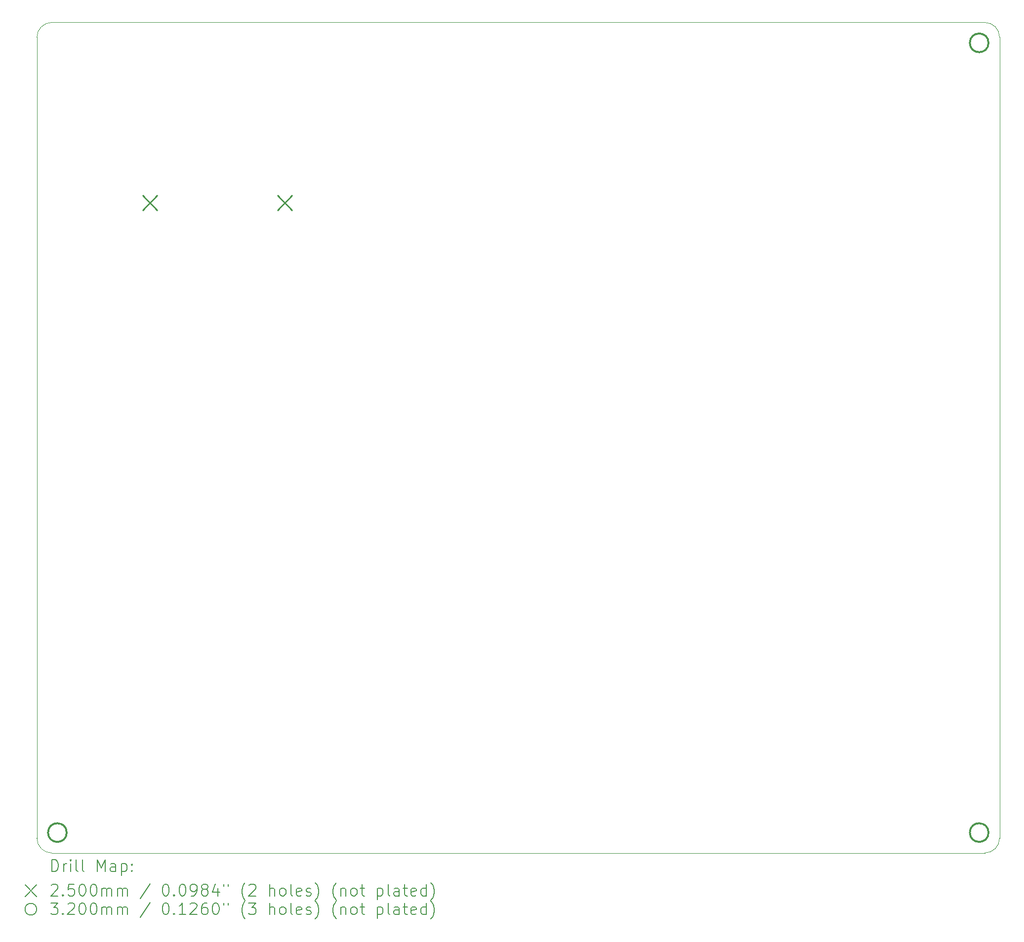
<source format=gbr>
%TF.GenerationSoftware,KiCad,Pcbnew,7.0.10*%
%TF.CreationDate,2024-03-15T17:16:10-07:00*%
%TF.ProjectId,testboard,74657374-626f-4617-9264-2e6b69636164,rev?*%
%TF.SameCoordinates,Original*%
%TF.FileFunction,Drillmap*%
%TF.FilePolarity,Positive*%
%FSLAX45Y45*%
G04 Gerber Fmt 4.5, Leading zero omitted, Abs format (unit mm)*
G04 Created by KiCad (PCBNEW 7.0.10) date 2024-03-15 17:16:10*
%MOMM*%
%LPD*%
G01*
G04 APERTURE LIST*
%ADD10C,0.100000*%
%ADD11C,0.200000*%
%ADD12C,0.250000*%
%ADD13C,0.320000*%
G04 APERTURE END LIST*
D10*
X2500000Y-15746000D02*
X2500000Y-2004000D01*
X18746000Y-16000000D02*
X2754000Y-16000000D01*
X19000000Y-2004000D02*
G75*
G03*
X18746000Y-1750000I-254000J0D01*
G01*
X18746000Y-16000000D02*
G75*
G03*
X19000000Y-15746000I0J254000D01*
G01*
X2754000Y-1750000D02*
X18746000Y-1750000D01*
X19000000Y-2004000D02*
X19000000Y-15746000D01*
X2754000Y-1750000D02*
G75*
G03*
X2500000Y-2004000I0J-254000D01*
G01*
X2500000Y-15746000D02*
G75*
G03*
X2754000Y-16000000I254000J0D01*
G01*
D11*
D12*
X4310300Y-4720000D02*
X4560300Y-4970000D01*
X4560300Y-4720000D02*
X4310300Y-4970000D01*
X6621700Y-4720000D02*
X6871700Y-4970000D01*
X6871700Y-4720000D02*
X6621700Y-4970000D01*
D13*
X3010000Y-15650000D02*
G75*
G03*
X2690000Y-15650000I-160000J0D01*
G01*
X2690000Y-15650000D02*
G75*
G03*
X3010000Y-15650000I160000J0D01*
G01*
X18810000Y-2100000D02*
G75*
G03*
X18490000Y-2100000I-160000J0D01*
G01*
X18490000Y-2100000D02*
G75*
G03*
X18810000Y-2100000I160000J0D01*
G01*
X18810000Y-15650000D02*
G75*
G03*
X18490000Y-15650000I-160000J0D01*
G01*
X18490000Y-15650000D02*
G75*
G03*
X18810000Y-15650000I160000J0D01*
G01*
D11*
X2755777Y-16316484D02*
X2755777Y-16116484D01*
X2755777Y-16116484D02*
X2803396Y-16116484D01*
X2803396Y-16116484D02*
X2831967Y-16126008D01*
X2831967Y-16126008D02*
X2851015Y-16145055D01*
X2851015Y-16145055D02*
X2860539Y-16164103D01*
X2860539Y-16164103D02*
X2870062Y-16202198D01*
X2870062Y-16202198D02*
X2870062Y-16230769D01*
X2870062Y-16230769D02*
X2860539Y-16268865D01*
X2860539Y-16268865D02*
X2851015Y-16287912D01*
X2851015Y-16287912D02*
X2831967Y-16306960D01*
X2831967Y-16306960D02*
X2803396Y-16316484D01*
X2803396Y-16316484D02*
X2755777Y-16316484D01*
X2955777Y-16316484D02*
X2955777Y-16183150D01*
X2955777Y-16221246D02*
X2965301Y-16202198D01*
X2965301Y-16202198D02*
X2974824Y-16192674D01*
X2974824Y-16192674D02*
X2993872Y-16183150D01*
X2993872Y-16183150D02*
X3012920Y-16183150D01*
X3079586Y-16316484D02*
X3079586Y-16183150D01*
X3079586Y-16116484D02*
X3070062Y-16126008D01*
X3070062Y-16126008D02*
X3079586Y-16135531D01*
X3079586Y-16135531D02*
X3089110Y-16126008D01*
X3089110Y-16126008D02*
X3079586Y-16116484D01*
X3079586Y-16116484D02*
X3079586Y-16135531D01*
X3203396Y-16316484D02*
X3184348Y-16306960D01*
X3184348Y-16306960D02*
X3174824Y-16287912D01*
X3174824Y-16287912D02*
X3174824Y-16116484D01*
X3308158Y-16316484D02*
X3289110Y-16306960D01*
X3289110Y-16306960D02*
X3279586Y-16287912D01*
X3279586Y-16287912D02*
X3279586Y-16116484D01*
X3536729Y-16316484D02*
X3536729Y-16116484D01*
X3536729Y-16116484D02*
X3603396Y-16259341D01*
X3603396Y-16259341D02*
X3670062Y-16116484D01*
X3670062Y-16116484D02*
X3670062Y-16316484D01*
X3851015Y-16316484D02*
X3851015Y-16211722D01*
X3851015Y-16211722D02*
X3841491Y-16192674D01*
X3841491Y-16192674D02*
X3822443Y-16183150D01*
X3822443Y-16183150D02*
X3784348Y-16183150D01*
X3784348Y-16183150D02*
X3765301Y-16192674D01*
X3851015Y-16306960D02*
X3831967Y-16316484D01*
X3831967Y-16316484D02*
X3784348Y-16316484D01*
X3784348Y-16316484D02*
X3765301Y-16306960D01*
X3765301Y-16306960D02*
X3755777Y-16287912D01*
X3755777Y-16287912D02*
X3755777Y-16268865D01*
X3755777Y-16268865D02*
X3765301Y-16249817D01*
X3765301Y-16249817D02*
X3784348Y-16240293D01*
X3784348Y-16240293D02*
X3831967Y-16240293D01*
X3831967Y-16240293D02*
X3851015Y-16230769D01*
X3946253Y-16183150D02*
X3946253Y-16383150D01*
X3946253Y-16192674D02*
X3965301Y-16183150D01*
X3965301Y-16183150D02*
X4003396Y-16183150D01*
X4003396Y-16183150D02*
X4022443Y-16192674D01*
X4022443Y-16192674D02*
X4031967Y-16202198D01*
X4031967Y-16202198D02*
X4041491Y-16221246D01*
X4041491Y-16221246D02*
X4041491Y-16278388D01*
X4041491Y-16278388D02*
X4031967Y-16297436D01*
X4031967Y-16297436D02*
X4022443Y-16306960D01*
X4022443Y-16306960D02*
X4003396Y-16316484D01*
X4003396Y-16316484D02*
X3965301Y-16316484D01*
X3965301Y-16316484D02*
X3946253Y-16306960D01*
X4127205Y-16297436D02*
X4136729Y-16306960D01*
X4136729Y-16306960D02*
X4127205Y-16316484D01*
X4127205Y-16316484D02*
X4117682Y-16306960D01*
X4117682Y-16306960D02*
X4127205Y-16297436D01*
X4127205Y-16297436D02*
X4127205Y-16316484D01*
X4127205Y-16192674D02*
X4136729Y-16202198D01*
X4136729Y-16202198D02*
X4127205Y-16211722D01*
X4127205Y-16211722D02*
X4117682Y-16202198D01*
X4117682Y-16202198D02*
X4127205Y-16192674D01*
X4127205Y-16192674D02*
X4127205Y-16211722D01*
X2295000Y-16545000D02*
X2495000Y-16745000D01*
X2495000Y-16545000D02*
X2295000Y-16745000D01*
X2746253Y-16555531D02*
X2755777Y-16546008D01*
X2755777Y-16546008D02*
X2774824Y-16536484D01*
X2774824Y-16536484D02*
X2822443Y-16536484D01*
X2822443Y-16536484D02*
X2841491Y-16546008D01*
X2841491Y-16546008D02*
X2851015Y-16555531D01*
X2851015Y-16555531D02*
X2860539Y-16574579D01*
X2860539Y-16574579D02*
X2860539Y-16593627D01*
X2860539Y-16593627D02*
X2851015Y-16622198D01*
X2851015Y-16622198D02*
X2736729Y-16736484D01*
X2736729Y-16736484D02*
X2860539Y-16736484D01*
X2946253Y-16717436D02*
X2955777Y-16726960D01*
X2955777Y-16726960D02*
X2946253Y-16736484D01*
X2946253Y-16736484D02*
X2936729Y-16726960D01*
X2936729Y-16726960D02*
X2946253Y-16717436D01*
X2946253Y-16717436D02*
X2946253Y-16736484D01*
X3136729Y-16536484D02*
X3041491Y-16536484D01*
X3041491Y-16536484D02*
X3031967Y-16631722D01*
X3031967Y-16631722D02*
X3041491Y-16622198D01*
X3041491Y-16622198D02*
X3060539Y-16612674D01*
X3060539Y-16612674D02*
X3108158Y-16612674D01*
X3108158Y-16612674D02*
X3127205Y-16622198D01*
X3127205Y-16622198D02*
X3136729Y-16631722D01*
X3136729Y-16631722D02*
X3146253Y-16650769D01*
X3146253Y-16650769D02*
X3146253Y-16698388D01*
X3146253Y-16698388D02*
X3136729Y-16717436D01*
X3136729Y-16717436D02*
X3127205Y-16726960D01*
X3127205Y-16726960D02*
X3108158Y-16736484D01*
X3108158Y-16736484D02*
X3060539Y-16736484D01*
X3060539Y-16736484D02*
X3041491Y-16726960D01*
X3041491Y-16726960D02*
X3031967Y-16717436D01*
X3270062Y-16536484D02*
X3289110Y-16536484D01*
X3289110Y-16536484D02*
X3308158Y-16546008D01*
X3308158Y-16546008D02*
X3317682Y-16555531D01*
X3317682Y-16555531D02*
X3327205Y-16574579D01*
X3327205Y-16574579D02*
X3336729Y-16612674D01*
X3336729Y-16612674D02*
X3336729Y-16660293D01*
X3336729Y-16660293D02*
X3327205Y-16698388D01*
X3327205Y-16698388D02*
X3317682Y-16717436D01*
X3317682Y-16717436D02*
X3308158Y-16726960D01*
X3308158Y-16726960D02*
X3289110Y-16736484D01*
X3289110Y-16736484D02*
X3270062Y-16736484D01*
X3270062Y-16736484D02*
X3251015Y-16726960D01*
X3251015Y-16726960D02*
X3241491Y-16717436D01*
X3241491Y-16717436D02*
X3231967Y-16698388D01*
X3231967Y-16698388D02*
X3222443Y-16660293D01*
X3222443Y-16660293D02*
X3222443Y-16612674D01*
X3222443Y-16612674D02*
X3231967Y-16574579D01*
X3231967Y-16574579D02*
X3241491Y-16555531D01*
X3241491Y-16555531D02*
X3251015Y-16546008D01*
X3251015Y-16546008D02*
X3270062Y-16536484D01*
X3460539Y-16536484D02*
X3479586Y-16536484D01*
X3479586Y-16536484D02*
X3498634Y-16546008D01*
X3498634Y-16546008D02*
X3508158Y-16555531D01*
X3508158Y-16555531D02*
X3517682Y-16574579D01*
X3517682Y-16574579D02*
X3527205Y-16612674D01*
X3527205Y-16612674D02*
X3527205Y-16660293D01*
X3527205Y-16660293D02*
X3517682Y-16698388D01*
X3517682Y-16698388D02*
X3508158Y-16717436D01*
X3508158Y-16717436D02*
X3498634Y-16726960D01*
X3498634Y-16726960D02*
X3479586Y-16736484D01*
X3479586Y-16736484D02*
X3460539Y-16736484D01*
X3460539Y-16736484D02*
X3441491Y-16726960D01*
X3441491Y-16726960D02*
X3431967Y-16717436D01*
X3431967Y-16717436D02*
X3422443Y-16698388D01*
X3422443Y-16698388D02*
X3412920Y-16660293D01*
X3412920Y-16660293D02*
X3412920Y-16612674D01*
X3412920Y-16612674D02*
X3422443Y-16574579D01*
X3422443Y-16574579D02*
X3431967Y-16555531D01*
X3431967Y-16555531D02*
X3441491Y-16546008D01*
X3441491Y-16546008D02*
X3460539Y-16536484D01*
X3612920Y-16736484D02*
X3612920Y-16603150D01*
X3612920Y-16622198D02*
X3622443Y-16612674D01*
X3622443Y-16612674D02*
X3641491Y-16603150D01*
X3641491Y-16603150D02*
X3670063Y-16603150D01*
X3670063Y-16603150D02*
X3689110Y-16612674D01*
X3689110Y-16612674D02*
X3698634Y-16631722D01*
X3698634Y-16631722D02*
X3698634Y-16736484D01*
X3698634Y-16631722D02*
X3708158Y-16612674D01*
X3708158Y-16612674D02*
X3727205Y-16603150D01*
X3727205Y-16603150D02*
X3755777Y-16603150D01*
X3755777Y-16603150D02*
X3774824Y-16612674D01*
X3774824Y-16612674D02*
X3784348Y-16631722D01*
X3784348Y-16631722D02*
X3784348Y-16736484D01*
X3879586Y-16736484D02*
X3879586Y-16603150D01*
X3879586Y-16622198D02*
X3889110Y-16612674D01*
X3889110Y-16612674D02*
X3908158Y-16603150D01*
X3908158Y-16603150D02*
X3936729Y-16603150D01*
X3936729Y-16603150D02*
X3955777Y-16612674D01*
X3955777Y-16612674D02*
X3965301Y-16631722D01*
X3965301Y-16631722D02*
X3965301Y-16736484D01*
X3965301Y-16631722D02*
X3974824Y-16612674D01*
X3974824Y-16612674D02*
X3993872Y-16603150D01*
X3993872Y-16603150D02*
X4022443Y-16603150D01*
X4022443Y-16603150D02*
X4041491Y-16612674D01*
X4041491Y-16612674D02*
X4051015Y-16631722D01*
X4051015Y-16631722D02*
X4051015Y-16736484D01*
X4441491Y-16526960D02*
X4270063Y-16784103D01*
X4698634Y-16536484D02*
X4717682Y-16536484D01*
X4717682Y-16536484D02*
X4736729Y-16546008D01*
X4736729Y-16546008D02*
X4746253Y-16555531D01*
X4746253Y-16555531D02*
X4755777Y-16574579D01*
X4755777Y-16574579D02*
X4765301Y-16612674D01*
X4765301Y-16612674D02*
X4765301Y-16660293D01*
X4765301Y-16660293D02*
X4755777Y-16698388D01*
X4755777Y-16698388D02*
X4746253Y-16717436D01*
X4746253Y-16717436D02*
X4736729Y-16726960D01*
X4736729Y-16726960D02*
X4717682Y-16736484D01*
X4717682Y-16736484D02*
X4698634Y-16736484D01*
X4698634Y-16736484D02*
X4679587Y-16726960D01*
X4679587Y-16726960D02*
X4670063Y-16717436D01*
X4670063Y-16717436D02*
X4660539Y-16698388D01*
X4660539Y-16698388D02*
X4651015Y-16660293D01*
X4651015Y-16660293D02*
X4651015Y-16612674D01*
X4651015Y-16612674D02*
X4660539Y-16574579D01*
X4660539Y-16574579D02*
X4670063Y-16555531D01*
X4670063Y-16555531D02*
X4679587Y-16546008D01*
X4679587Y-16546008D02*
X4698634Y-16536484D01*
X4851015Y-16717436D02*
X4860539Y-16726960D01*
X4860539Y-16726960D02*
X4851015Y-16736484D01*
X4851015Y-16736484D02*
X4841491Y-16726960D01*
X4841491Y-16726960D02*
X4851015Y-16717436D01*
X4851015Y-16717436D02*
X4851015Y-16736484D01*
X4984348Y-16536484D02*
X5003396Y-16536484D01*
X5003396Y-16536484D02*
X5022444Y-16546008D01*
X5022444Y-16546008D02*
X5031968Y-16555531D01*
X5031968Y-16555531D02*
X5041491Y-16574579D01*
X5041491Y-16574579D02*
X5051015Y-16612674D01*
X5051015Y-16612674D02*
X5051015Y-16660293D01*
X5051015Y-16660293D02*
X5041491Y-16698388D01*
X5041491Y-16698388D02*
X5031968Y-16717436D01*
X5031968Y-16717436D02*
X5022444Y-16726960D01*
X5022444Y-16726960D02*
X5003396Y-16736484D01*
X5003396Y-16736484D02*
X4984348Y-16736484D01*
X4984348Y-16736484D02*
X4965301Y-16726960D01*
X4965301Y-16726960D02*
X4955777Y-16717436D01*
X4955777Y-16717436D02*
X4946253Y-16698388D01*
X4946253Y-16698388D02*
X4936729Y-16660293D01*
X4936729Y-16660293D02*
X4936729Y-16612674D01*
X4936729Y-16612674D02*
X4946253Y-16574579D01*
X4946253Y-16574579D02*
X4955777Y-16555531D01*
X4955777Y-16555531D02*
X4965301Y-16546008D01*
X4965301Y-16546008D02*
X4984348Y-16536484D01*
X5146253Y-16736484D02*
X5184348Y-16736484D01*
X5184348Y-16736484D02*
X5203396Y-16726960D01*
X5203396Y-16726960D02*
X5212920Y-16717436D01*
X5212920Y-16717436D02*
X5231968Y-16688865D01*
X5231968Y-16688865D02*
X5241491Y-16650769D01*
X5241491Y-16650769D02*
X5241491Y-16574579D01*
X5241491Y-16574579D02*
X5231968Y-16555531D01*
X5231968Y-16555531D02*
X5222444Y-16546008D01*
X5222444Y-16546008D02*
X5203396Y-16536484D01*
X5203396Y-16536484D02*
X5165301Y-16536484D01*
X5165301Y-16536484D02*
X5146253Y-16546008D01*
X5146253Y-16546008D02*
X5136729Y-16555531D01*
X5136729Y-16555531D02*
X5127206Y-16574579D01*
X5127206Y-16574579D02*
X5127206Y-16622198D01*
X5127206Y-16622198D02*
X5136729Y-16641246D01*
X5136729Y-16641246D02*
X5146253Y-16650769D01*
X5146253Y-16650769D02*
X5165301Y-16660293D01*
X5165301Y-16660293D02*
X5203396Y-16660293D01*
X5203396Y-16660293D02*
X5222444Y-16650769D01*
X5222444Y-16650769D02*
X5231968Y-16641246D01*
X5231968Y-16641246D02*
X5241491Y-16622198D01*
X5355777Y-16622198D02*
X5336729Y-16612674D01*
X5336729Y-16612674D02*
X5327206Y-16603150D01*
X5327206Y-16603150D02*
X5317682Y-16584103D01*
X5317682Y-16584103D02*
X5317682Y-16574579D01*
X5317682Y-16574579D02*
X5327206Y-16555531D01*
X5327206Y-16555531D02*
X5336729Y-16546008D01*
X5336729Y-16546008D02*
X5355777Y-16536484D01*
X5355777Y-16536484D02*
X5393872Y-16536484D01*
X5393872Y-16536484D02*
X5412920Y-16546008D01*
X5412920Y-16546008D02*
X5422444Y-16555531D01*
X5422444Y-16555531D02*
X5431968Y-16574579D01*
X5431968Y-16574579D02*
X5431968Y-16584103D01*
X5431968Y-16584103D02*
X5422444Y-16603150D01*
X5422444Y-16603150D02*
X5412920Y-16612674D01*
X5412920Y-16612674D02*
X5393872Y-16622198D01*
X5393872Y-16622198D02*
X5355777Y-16622198D01*
X5355777Y-16622198D02*
X5336729Y-16631722D01*
X5336729Y-16631722D02*
X5327206Y-16641246D01*
X5327206Y-16641246D02*
X5317682Y-16660293D01*
X5317682Y-16660293D02*
X5317682Y-16698388D01*
X5317682Y-16698388D02*
X5327206Y-16717436D01*
X5327206Y-16717436D02*
X5336729Y-16726960D01*
X5336729Y-16726960D02*
X5355777Y-16736484D01*
X5355777Y-16736484D02*
X5393872Y-16736484D01*
X5393872Y-16736484D02*
X5412920Y-16726960D01*
X5412920Y-16726960D02*
X5422444Y-16717436D01*
X5422444Y-16717436D02*
X5431968Y-16698388D01*
X5431968Y-16698388D02*
X5431968Y-16660293D01*
X5431968Y-16660293D02*
X5422444Y-16641246D01*
X5422444Y-16641246D02*
X5412920Y-16631722D01*
X5412920Y-16631722D02*
X5393872Y-16622198D01*
X5603396Y-16603150D02*
X5603396Y-16736484D01*
X5555777Y-16526960D02*
X5508158Y-16669817D01*
X5508158Y-16669817D02*
X5631967Y-16669817D01*
X5698634Y-16536484D02*
X5698634Y-16574579D01*
X5774825Y-16536484D02*
X5774825Y-16574579D01*
X6070063Y-16812674D02*
X6060539Y-16803150D01*
X6060539Y-16803150D02*
X6041491Y-16774579D01*
X6041491Y-16774579D02*
X6031968Y-16755531D01*
X6031968Y-16755531D02*
X6022444Y-16726960D01*
X6022444Y-16726960D02*
X6012920Y-16679341D01*
X6012920Y-16679341D02*
X6012920Y-16641246D01*
X6012920Y-16641246D02*
X6022444Y-16593627D01*
X6022444Y-16593627D02*
X6031968Y-16565055D01*
X6031968Y-16565055D02*
X6041491Y-16546008D01*
X6041491Y-16546008D02*
X6060539Y-16517436D01*
X6060539Y-16517436D02*
X6070063Y-16507912D01*
X6136729Y-16555531D02*
X6146253Y-16546008D01*
X6146253Y-16546008D02*
X6165301Y-16536484D01*
X6165301Y-16536484D02*
X6212920Y-16536484D01*
X6212920Y-16536484D02*
X6231968Y-16546008D01*
X6231968Y-16546008D02*
X6241491Y-16555531D01*
X6241491Y-16555531D02*
X6251015Y-16574579D01*
X6251015Y-16574579D02*
X6251015Y-16593627D01*
X6251015Y-16593627D02*
X6241491Y-16622198D01*
X6241491Y-16622198D02*
X6127206Y-16736484D01*
X6127206Y-16736484D02*
X6251015Y-16736484D01*
X6489110Y-16736484D02*
X6489110Y-16536484D01*
X6574825Y-16736484D02*
X6574825Y-16631722D01*
X6574825Y-16631722D02*
X6565301Y-16612674D01*
X6565301Y-16612674D02*
X6546253Y-16603150D01*
X6546253Y-16603150D02*
X6517682Y-16603150D01*
X6517682Y-16603150D02*
X6498634Y-16612674D01*
X6498634Y-16612674D02*
X6489110Y-16622198D01*
X6698634Y-16736484D02*
X6679587Y-16726960D01*
X6679587Y-16726960D02*
X6670063Y-16717436D01*
X6670063Y-16717436D02*
X6660539Y-16698388D01*
X6660539Y-16698388D02*
X6660539Y-16641246D01*
X6660539Y-16641246D02*
X6670063Y-16622198D01*
X6670063Y-16622198D02*
X6679587Y-16612674D01*
X6679587Y-16612674D02*
X6698634Y-16603150D01*
X6698634Y-16603150D02*
X6727206Y-16603150D01*
X6727206Y-16603150D02*
X6746253Y-16612674D01*
X6746253Y-16612674D02*
X6755777Y-16622198D01*
X6755777Y-16622198D02*
X6765301Y-16641246D01*
X6765301Y-16641246D02*
X6765301Y-16698388D01*
X6765301Y-16698388D02*
X6755777Y-16717436D01*
X6755777Y-16717436D02*
X6746253Y-16726960D01*
X6746253Y-16726960D02*
X6727206Y-16736484D01*
X6727206Y-16736484D02*
X6698634Y-16736484D01*
X6879587Y-16736484D02*
X6860539Y-16726960D01*
X6860539Y-16726960D02*
X6851015Y-16707912D01*
X6851015Y-16707912D02*
X6851015Y-16536484D01*
X7031968Y-16726960D02*
X7012920Y-16736484D01*
X7012920Y-16736484D02*
X6974825Y-16736484D01*
X6974825Y-16736484D02*
X6955777Y-16726960D01*
X6955777Y-16726960D02*
X6946253Y-16707912D01*
X6946253Y-16707912D02*
X6946253Y-16631722D01*
X6946253Y-16631722D02*
X6955777Y-16612674D01*
X6955777Y-16612674D02*
X6974825Y-16603150D01*
X6974825Y-16603150D02*
X7012920Y-16603150D01*
X7012920Y-16603150D02*
X7031968Y-16612674D01*
X7031968Y-16612674D02*
X7041491Y-16631722D01*
X7041491Y-16631722D02*
X7041491Y-16650769D01*
X7041491Y-16650769D02*
X6946253Y-16669817D01*
X7117682Y-16726960D02*
X7136730Y-16736484D01*
X7136730Y-16736484D02*
X7174825Y-16736484D01*
X7174825Y-16736484D02*
X7193872Y-16726960D01*
X7193872Y-16726960D02*
X7203396Y-16707912D01*
X7203396Y-16707912D02*
X7203396Y-16698388D01*
X7203396Y-16698388D02*
X7193872Y-16679341D01*
X7193872Y-16679341D02*
X7174825Y-16669817D01*
X7174825Y-16669817D02*
X7146253Y-16669817D01*
X7146253Y-16669817D02*
X7127206Y-16660293D01*
X7127206Y-16660293D02*
X7117682Y-16641246D01*
X7117682Y-16641246D02*
X7117682Y-16631722D01*
X7117682Y-16631722D02*
X7127206Y-16612674D01*
X7127206Y-16612674D02*
X7146253Y-16603150D01*
X7146253Y-16603150D02*
X7174825Y-16603150D01*
X7174825Y-16603150D02*
X7193872Y-16612674D01*
X7270063Y-16812674D02*
X7279587Y-16803150D01*
X7279587Y-16803150D02*
X7298634Y-16774579D01*
X7298634Y-16774579D02*
X7308158Y-16755531D01*
X7308158Y-16755531D02*
X7317682Y-16726960D01*
X7317682Y-16726960D02*
X7327206Y-16679341D01*
X7327206Y-16679341D02*
X7327206Y-16641246D01*
X7327206Y-16641246D02*
X7317682Y-16593627D01*
X7317682Y-16593627D02*
X7308158Y-16565055D01*
X7308158Y-16565055D02*
X7298634Y-16546008D01*
X7298634Y-16546008D02*
X7279587Y-16517436D01*
X7279587Y-16517436D02*
X7270063Y-16507912D01*
X7631968Y-16812674D02*
X7622444Y-16803150D01*
X7622444Y-16803150D02*
X7603396Y-16774579D01*
X7603396Y-16774579D02*
X7593872Y-16755531D01*
X7593872Y-16755531D02*
X7584349Y-16726960D01*
X7584349Y-16726960D02*
X7574825Y-16679341D01*
X7574825Y-16679341D02*
X7574825Y-16641246D01*
X7574825Y-16641246D02*
X7584349Y-16593627D01*
X7584349Y-16593627D02*
X7593872Y-16565055D01*
X7593872Y-16565055D02*
X7603396Y-16546008D01*
X7603396Y-16546008D02*
X7622444Y-16517436D01*
X7622444Y-16517436D02*
X7631968Y-16507912D01*
X7708158Y-16603150D02*
X7708158Y-16736484D01*
X7708158Y-16622198D02*
X7717682Y-16612674D01*
X7717682Y-16612674D02*
X7736730Y-16603150D01*
X7736730Y-16603150D02*
X7765301Y-16603150D01*
X7765301Y-16603150D02*
X7784349Y-16612674D01*
X7784349Y-16612674D02*
X7793872Y-16631722D01*
X7793872Y-16631722D02*
X7793872Y-16736484D01*
X7917682Y-16736484D02*
X7898634Y-16726960D01*
X7898634Y-16726960D02*
X7889111Y-16717436D01*
X7889111Y-16717436D02*
X7879587Y-16698388D01*
X7879587Y-16698388D02*
X7879587Y-16641246D01*
X7879587Y-16641246D02*
X7889111Y-16622198D01*
X7889111Y-16622198D02*
X7898634Y-16612674D01*
X7898634Y-16612674D02*
X7917682Y-16603150D01*
X7917682Y-16603150D02*
X7946253Y-16603150D01*
X7946253Y-16603150D02*
X7965301Y-16612674D01*
X7965301Y-16612674D02*
X7974825Y-16622198D01*
X7974825Y-16622198D02*
X7984349Y-16641246D01*
X7984349Y-16641246D02*
X7984349Y-16698388D01*
X7984349Y-16698388D02*
X7974825Y-16717436D01*
X7974825Y-16717436D02*
X7965301Y-16726960D01*
X7965301Y-16726960D02*
X7946253Y-16736484D01*
X7946253Y-16736484D02*
X7917682Y-16736484D01*
X8041492Y-16603150D02*
X8117682Y-16603150D01*
X8070063Y-16536484D02*
X8070063Y-16707912D01*
X8070063Y-16707912D02*
X8079587Y-16726960D01*
X8079587Y-16726960D02*
X8098634Y-16736484D01*
X8098634Y-16736484D02*
X8117682Y-16736484D01*
X8336730Y-16603150D02*
X8336730Y-16803150D01*
X8336730Y-16612674D02*
X8355777Y-16603150D01*
X8355777Y-16603150D02*
X8393873Y-16603150D01*
X8393873Y-16603150D02*
X8412920Y-16612674D01*
X8412920Y-16612674D02*
X8422444Y-16622198D01*
X8422444Y-16622198D02*
X8431968Y-16641246D01*
X8431968Y-16641246D02*
X8431968Y-16698388D01*
X8431968Y-16698388D02*
X8422444Y-16717436D01*
X8422444Y-16717436D02*
X8412920Y-16726960D01*
X8412920Y-16726960D02*
X8393873Y-16736484D01*
X8393873Y-16736484D02*
X8355777Y-16736484D01*
X8355777Y-16736484D02*
X8336730Y-16726960D01*
X8546254Y-16736484D02*
X8527206Y-16726960D01*
X8527206Y-16726960D02*
X8517682Y-16707912D01*
X8517682Y-16707912D02*
X8517682Y-16536484D01*
X8708158Y-16736484D02*
X8708158Y-16631722D01*
X8708158Y-16631722D02*
X8698635Y-16612674D01*
X8698635Y-16612674D02*
X8679587Y-16603150D01*
X8679587Y-16603150D02*
X8641492Y-16603150D01*
X8641492Y-16603150D02*
X8622444Y-16612674D01*
X8708158Y-16726960D02*
X8689111Y-16736484D01*
X8689111Y-16736484D02*
X8641492Y-16736484D01*
X8641492Y-16736484D02*
X8622444Y-16726960D01*
X8622444Y-16726960D02*
X8612920Y-16707912D01*
X8612920Y-16707912D02*
X8612920Y-16688865D01*
X8612920Y-16688865D02*
X8622444Y-16669817D01*
X8622444Y-16669817D02*
X8641492Y-16660293D01*
X8641492Y-16660293D02*
X8689111Y-16660293D01*
X8689111Y-16660293D02*
X8708158Y-16650769D01*
X8774825Y-16603150D02*
X8851015Y-16603150D01*
X8803396Y-16536484D02*
X8803396Y-16707912D01*
X8803396Y-16707912D02*
X8812920Y-16726960D01*
X8812920Y-16726960D02*
X8831968Y-16736484D01*
X8831968Y-16736484D02*
X8851015Y-16736484D01*
X8993873Y-16726960D02*
X8974825Y-16736484D01*
X8974825Y-16736484D02*
X8936730Y-16736484D01*
X8936730Y-16736484D02*
X8917682Y-16726960D01*
X8917682Y-16726960D02*
X8908158Y-16707912D01*
X8908158Y-16707912D02*
X8908158Y-16631722D01*
X8908158Y-16631722D02*
X8917682Y-16612674D01*
X8917682Y-16612674D02*
X8936730Y-16603150D01*
X8936730Y-16603150D02*
X8974825Y-16603150D01*
X8974825Y-16603150D02*
X8993873Y-16612674D01*
X8993873Y-16612674D02*
X9003396Y-16631722D01*
X9003396Y-16631722D02*
X9003396Y-16650769D01*
X9003396Y-16650769D02*
X8908158Y-16669817D01*
X9174825Y-16736484D02*
X9174825Y-16536484D01*
X9174825Y-16726960D02*
X9155777Y-16736484D01*
X9155777Y-16736484D02*
X9117682Y-16736484D01*
X9117682Y-16736484D02*
X9098635Y-16726960D01*
X9098635Y-16726960D02*
X9089111Y-16717436D01*
X9089111Y-16717436D02*
X9079587Y-16698388D01*
X9079587Y-16698388D02*
X9079587Y-16641246D01*
X9079587Y-16641246D02*
X9089111Y-16622198D01*
X9089111Y-16622198D02*
X9098635Y-16612674D01*
X9098635Y-16612674D02*
X9117682Y-16603150D01*
X9117682Y-16603150D02*
X9155777Y-16603150D01*
X9155777Y-16603150D02*
X9174825Y-16612674D01*
X9251016Y-16812674D02*
X9260539Y-16803150D01*
X9260539Y-16803150D02*
X9279587Y-16774579D01*
X9279587Y-16774579D02*
X9289111Y-16755531D01*
X9289111Y-16755531D02*
X9298635Y-16726960D01*
X9298635Y-16726960D02*
X9308158Y-16679341D01*
X9308158Y-16679341D02*
X9308158Y-16641246D01*
X9308158Y-16641246D02*
X9298635Y-16593627D01*
X9298635Y-16593627D02*
X9289111Y-16565055D01*
X9289111Y-16565055D02*
X9279587Y-16546008D01*
X9279587Y-16546008D02*
X9260539Y-16517436D01*
X9260539Y-16517436D02*
X9251016Y-16507912D01*
X2495000Y-16965000D02*
G75*
G03*
X2295000Y-16965000I-100000J0D01*
G01*
X2295000Y-16965000D02*
G75*
G03*
X2495000Y-16965000I100000J0D01*
G01*
X2736729Y-16856484D02*
X2860539Y-16856484D01*
X2860539Y-16856484D02*
X2793872Y-16932674D01*
X2793872Y-16932674D02*
X2822443Y-16932674D01*
X2822443Y-16932674D02*
X2841491Y-16942198D01*
X2841491Y-16942198D02*
X2851015Y-16951722D01*
X2851015Y-16951722D02*
X2860539Y-16970770D01*
X2860539Y-16970770D02*
X2860539Y-17018389D01*
X2860539Y-17018389D02*
X2851015Y-17037436D01*
X2851015Y-17037436D02*
X2841491Y-17046960D01*
X2841491Y-17046960D02*
X2822443Y-17056484D01*
X2822443Y-17056484D02*
X2765301Y-17056484D01*
X2765301Y-17056484D02*
X2746253Y-17046960D01*
X2746253Y-17046960D02*
X2736729Y-17037436D01*
X2946253Y-17037436D02*
X2955777Y-17046960D01*
X2955777Y-17046960D02*
X2946253Y-17056484D01*
X2946253Y-17056484D02*
X2936729Y-17046960D01*
X2936729Y-17046960D02*
X2946253Y-17037436D01*
X2946253Y-17037436D02*
X2946253Y-17056484D01*
X3031967Y-16875531D02*
X3041491Y-16866008D01*
X3041491Y-16866008D02*
X3060539Y-16856484D01*
X3060539Y-16856484D02*
X3108158Y-16856484D01*
X3108158Y-16856484D02*
X3127205Y-16866008D01*
X3127205Y-16866008D02*
X3136729Y-16875531D01*
X3136729Y-16875531D02*
X3146253Y-16894579D01*
X3146253Y-16894579D02*
X3146253Y-16913627D01*
X3146253Y-16913627D02*
X3136729Y-16942198D01*
X3136729Y-16942198D02*
X3022443Y-17056484D01*
X3022443Y-17056484D02*
X3146253Y-17056484D01*
X3270062Y-16856484D02*
X3289110Y-16856484D01*
X3289110Y-16856484D02*
X3308158Y-16866008D01*
X3308158Y-16866008D02*
X3317682Y-16875531D01*
X3317682Y-16875531D02*
X3327205Y-16894579D01*
X3327205Y-16894579D02*
X3336729Y-16932674D01*
X3336729Y-16932674D02*
X3336729Y-16980293D01*
X3336729Y-16980293D02*
X3327205Y-17018389D01*
X3327205Y-17018389D02*
X3317682Y-17037436D01*
X3317682Y-17037436D02*
X3308158Y-17046960D01*
X3308158Y-17046960D02*
X3289110Y-17056484D01*
X3289110Y-17056484D02*
X3270062Y-17056484D01*
X3270062Y-17056484D02*
X3251015Y-17046960D01*
X3251015Y-17046960D02*
X3241491Y-17037436D01*
X3241491Y-17037436D02*
X3231967Y-17018389D01*
X3231967Y-17018389D02*
X3222443Y-16980293D01*
X3222443Y-16980293D02*
X3222443Y-16932674D01*
X3222443Y-16932674D02*
X3231967Y-16894579D01*
X3231967Y-16894579D02*
X3241491Y-16875531D01*
X3241491Y-16875531D02*
X3251015Y-16866008D01*
X3251015Y-16866008D02*
X3270062Y-16856484D01*
X3460539Y-16856484D02*
X3479586Y-16856484D01*
X3479586Y-16856484D02*
X3498634Y-16866008D01*
X3498634Y-16866008D02*
X3508158Y-16875531D01*
X3508158Y-16875531D02*
X3517682Y-16894579D01*
X3517682Y-16894579D02*
X3527205Y-16932674D01*
X3527205Y-16932674D02*
X3527205Y-16980293D01*
X3527205Y-16980293D02*
X3517682Y-17018389D01*
X3517682Y-17018389D02*
X3508158Y-17037436D01*
X3508158Y-17037436D02*
X3498634Y-17046960D01*
X3498634Y-17046960D02*
X3479586Y-17056484D01*
X3479586Y-17056484D02*
X3460539Y-17056484D01*
X3460539Y-17056484D02*
X3441491Y-17046960D01*
X3441491Y-17046960D02*
X3431967Y-17037436D01*
X3431967Y-17037436D02*
X3422443Y-17018389D01*
X3422443Y-17018389D02*
X3412920Y-16980293D01*
X3412920Y-16980293D02*
X3412920Y-16932674D01*
X3412920Y-16932674D02*
X3422443Y-16894579D01*
X3422443Y-16894579D02*
X3431967Y-16875531D01*
X3431967Y-16875531D02*
X3441491Y-16866008D01*
X3441491Y-16866008D02*
X3460539Y-16856484D01*
X3612920Y-17056484D02*
X3612920Y-16923150D01*
X3612920Y-16942198D02*
X3622443Y-16932674D01*
X3622443Y-16932674D02*
X3641491Y-16923150D01*
X3641491Y-16923150D02*
X3670063Y-16923150D01*
X3670063Y-16923150D02*
X3689110Y-16932674D01*
X3689110Y-16932674D02*
X3698634Y-16951722D01*
X3698634Y-16951722D02*
X3698634Y-17056484D01*
X3698634Y-16951722D02*
X3708158Y-16932674D01*
X3708158Y-16932674D02*
X3727205Y-16923150D01*
X3727205Y-16923150D02*
X3755777Y-16923150D01*
X3755777Y-16923150D02*
X3774824Y-16932674D01*
X3774824Y-16932674D02*
X3784348Y-16951722D01*
X3784348Y-16951722D02*
X3784348Y-17056484D01*
X3879586Y-17056484D02*
X3879586Y-16923150D01*
X3879586Y-16942198D02*
X3889110Y-16932674D01*
X3889110Y-16932674D02*
X3908158Y-16923150D01*
X3908158Y-16923150D02*
X3936729Y-16923150D01*
X3936729Y-16923150D02*
X3955777Y-16932674D01*
X3955777Y-16932674D02*
X3965301Y-16951722D01*
X3965301Y-16951722D02*
X3965301Y-17056484D01*
X3965301Y-16951722D02*
X3974824Y-16932674D01*
X3974824Y-16932674D02*
X3993872Y-16923150D01*
X3993872Y-16923150D02*
X4022443Y-16923150D01*
X4022443Y-16923150D02*
X4041491Y-16932674D01*
X4041491Y-16932674D02*
X4051015Y-16951722D01*
X4051015Y-16951722D02*
X4051015Y-17056484D01*
X4441491Y-16846960D02*
X4270063Y-17104103D01*
X4698634Y-16856484D02*
X4717682Y-16856484D01*
X4717682Y-16856484D02*
X4736729Y-16866008D01*
X4736729Y-16866008D02*
X4746253Y-16875531D01*
X4746253Y-16875531D02*
X4755777Y-16894579D01*
X4755777Y-16894579D02*
X4765301Y-16932674D01*
X4765301Y-16932674D02*
X4765301Y-16980293D01*
X4765301Y-16980293D02*
X4755777Y-17018389D01*
X4755777Y-17018389D02*
X4746253Y-17037436D01*
X4746253Y-17037436D02*
X4736729Y-17046960D01*
X4736729Y-17046960D02*
X4717682Y-17056484D01*
X4717682Y-17056484D02*
X4698634Y-17056484D01*
X4698634Y-17056484D02*
X4679587Y-17046960D01*
X4679587Y-17046960D02*
X4670063Y-17037436D01*
X4670063Y-17037436D02*
X4660539Y-17018389D01*
X4660539Y-17018389D02*
X4651015Y-16980293D01*
X4651015Y-16980293D02*
X4651015Y-16932674D01*
X4651015Y-16932674D02*
X4660539Y-16894579D01*
X4660539Y-16894579D02*
X4670063Y-16875531D01*
X4670063Y-16875531D02*
X4679587Y-16866008D01*
X4679587Y-16866008D02*
X4698634Y-16856484D01*
X4851015Y-17037436D02*
X4860539Y-17046960D01*
X4860539Y-17046960D02*
X4851015Y-17056484D01*
X4851015Y-17056484D02*
X4841491Y-17046960D01*
X4841491Y-17046960D02*
X4851015Y-17037436D01*
X4851015Y-17037436D02*
X4851015Y-17056484D01*
X5051015Y-17056484D02*
X4936729Y-17056484D01*
X4993872Y-17056484D02*
X4993872Y-16856484D01*
X4993872Y-16856484D02*
X4974825Y-16885055D01*
X4974825Y-16885055D02*
X4955777Y-16904103D01*
X4955777Y-16904103D02*
X4936729Y-16913627D01*
X5127206Y-16875531D02*
X5136729Y-16866008D01*
X5136729Y-16866008D02*
X5155777Y-16856484D01*
X5155777Y-16856484D02*
X5203396Y-16856484D01*
X5203396Y-16856484D02*
X5222444Y-16866008D01*
X5222444Y-16866008D02*
X5231968Y-16875531D01*
X5231968Y-16875531D02*
X5241491Y-16894579D01*
X5241491Y-16894579D02*
X5241491Y-16913627D01*
X5241491Y-16913627D02*
X5231968Y-16942198D01*
X5231968Y-16942198D02*
X5117682Y-17056484D01*
X5117682Y-17056484D02*
X5241491Y-17056484D01*
X5412920Y-16856484D02*
X5374825Y-16856484D01*
X5374825Y-16856484D02*
X5355777Y-16866008D01*
X5355777Y-16866008D02*
X5346253Y-16875531D01*
X5346253Y-16875531D02*
X5327206Y-16904103D01*
X5327206Y-16904103D02*
X5317682Y-16942198D01*
X5317682Y-16942198D02*
X5317682Y-17018389D01*
X5317682Y-17018389D02*
X5327206Y-17037436D01*
X5327206Y-17037436D02*
X5336729Y-17046960D01*
X5336729Y-17046960D02*
X5355777Y-17056484D01*
X5355777Y-17056484D02*
X5393872Y-17056484D01*
X5393872Y-17056484D02*
X5412920Y-17046960D01*
X5412920Y-17046960D02*
X5422444Y-17037436D01*
X5422444Y-17037436D02*
X5431968Y-17018389D01*
X5431968Y-17018389D02*
X5431968Y-16970770D01*
X5431968Y-16970770D02*
X5422444Y-16951722D01*
X5422444Y-16951722D02*
X5412920Y-16942198D01*
X5412920Y-16942198D02*
X5393872Y-16932674D01*
X5393872Y-16932674D02*
X5355777Y-16932674D01*
X5355777Y-16932674D02*
X5336729Y-16942198D01*
X5336729Y-16942198D02*
X5327206Y-16951722D01*
X5327206Y-16951722D02*
X5317682Y-16970770D01*
X5555777Y-16856484D02*
X5574825Y-16856484D01*
X5574825Y-16856484D02*
X5593872Y-16866008D01*
X5593872Y-16866008D02*
X5603396Y-16875531D01*
X5603396Y-16875531D02*
X5612920Y-16894579D01*
X5612920Y-16894579D02*
X5622444Y-16932674D01*
X5622444Y-16932674D02*
X5622444Y-16980293D01*
X5622444Y-16980293D02*
X5612920Y-17018389D01*
X5612920Y-17018389D02*
X5603396Y-17037436D01*
X5603396Y-17037436D02*
X5593872Y-17046960D01*
X5593872Y-17046960D02*
X5574825Y-17056484D01*
X5574825Y-17056484D02*
X5555777Y-17056484D01*
X5555777Y-17056484D02*
X5536729Y-17046960D01*
X5536729Y-17046960D02*
X5527206Y-17037436D01*
X5527206Y-17037436D02*
X5517682Y-17018389D01*
X5517682Y-17018389D02*
X5508158Y-16980293D01*
X5508158Y-16980293D02*
X5508158Y-16932674D01*
X5508158Y-16932674D02*
X5517682Y-16894579D01*
X5517682Y-16894579D02*
X5527206Y-16875531D01*
X5527206Y-16875531D02*
X5536729Y-16866008D01*
X5536729Y-16866008D02*
X5555777Y-16856484D01*
X5698634Y-16856484D02*
X5698634Y-16894579D01*
X5774825Y-16856484D02*
X5774825Y-16894579D01*
X6070063Y-17132674D02*
X6060539Y-17123150D01*
X6060539Y-17123150D02*
X6041491Y-17094579D01*
X6041491Y-17094579D02*
X6031968Y-17075531D01*
X6031968Y-17075531D02*
X6022444Y-17046960D01*
X6022444Y-17046960D02*
X6012920Y-16999341D01*
X6012920Y-16999341D02*
X6012920Y-16961246D01*
X6012920Y-16961246D02*
X6022444Y-16913627D01*
X6022444Y-16913627D02*
X6031968Y-16885055D01*
X6031968Y-16885055D02*
X6041491Y-16866008D01*
X6041491Y-16866008D02*
X6060539Y-16837436D01*
X6060539Y-16837436D02*
X6070063Y-16827912D01*
X6127206Y-16856484D02*
X6251015Y-16856484D01*
X6251015Y-16856484D02*
X6184348Y-16932674D01*
X6184348Y-16932674D02*
X6212920Y-16932674D01*
X6212920Y-16932674D02*
X6231968Y-16942198D01*
X6231968Y-16942198D02*
X6241491Y-16951722D01*
X6241491Y-16951722D02*
X6251015Y-16970770D01*
X6251015Y-16970770D02*
X6251015Y-17018389D01*
X6251015Y-17018389D02*
X6241491Y-17037436D01*
X6241491Y-17037436D02*
X6231968Y-17046960D01*
X6231968Y-17046960D02*
X6212920Y-17056484D01*
X6212920Y-17056484D02*
X6155777Y-17056484D01*
X6155777Y-17056484D02*
X6136729Y-17046960D01*
X6136729Y-17046960D02*
X6127206Y-17037436D01*
X6489110Y-17056484D02*
X6489110Y-16856484D01*
X6574825Y-17056484D02*
X6574825Y-16951722D01*
X6574825Y-16951722D02*
X6565301Y-16932674D01*
X6565301Y-16932674D02*
X6546253Y-16923150D01*
X6546253Y-16923150D02*
X6517682Y-16923150D01*
X6517682Y-16923150D02*
X6498634Y-16932674D01*
X6498634Y-16932674D02*
X6489110Y-16942198D01*
X6698634Y-17056484D02*
X6679587Y-17046960D01*
X6679587Y-17046960D02*
X6670063Y-17037436D01*
X6670063Y-17037436D02*
X6660539Y-17018389D01*
X6660539Y-17018389D02*
X6660539Y-16961246D01*
X6660539Y-16961246D02*
X6670063Y-16942198D01*
X6670063Y-16942198D02*
X6679587Y-16932674D01*
X6679587Y-16932674D02*
X6698634Y-16923150D01*
X6698634Y-16923150D02*
X6727206Y-16923150D01*
X6727206Y-16923150D02*
X6746253Y-16932674D01*
X6746253Y-16932674D02*
X6755777Y-16942198D01*
X6755777Y-16942198D02*
X6765301Y-16961246D01*
X6765301Y-16961246D02*
X6765301Y-17018389D01*
X6765301Y-17018389D02*
X6755777Y-17037436D01*
X6755777Y-17037436D02*
X6746253Y-17046960D01*
X6746253Y-17046960D02*
X6727206Y-17056484D01*
X6727206Y-17056484D02*
X6698634Y-17056484D01*
X6879587Y-17056484D02*
X6860539Y-17046960D01*
X6860539Y-17046960D02*
X6851015Y-17027912D01*
X6851015Y-17027912D02*
X6851015Y-16856484D01*
X7031968Y-17046960D02*
X7012920Y-17056484D01*
X7012920Y-17056484D02*
X6974825Y-17056484D01*
X6974825Y-17056484D02*
X6955777Y-17046960D01*
X6955777Y-17046960D02*
X6946253Y-17027912D01*
X6946253Y-17027912D02*
X6946253Y-16951722D01*
X6946253Y-16951722D02*
X6955777Y-16932674D01*
X6955777Y-16932674D02*
X6974825Y-16923150D01*
X6974825Y-16923150D02*
X7012920Y-16923150D01*
X7012920Y-16923150D02*
X7031968Y-16932674D01*
X7031968Y-16932674D02*
X7041491Y-16951722D01*
X7041491Y-16951722D02*
X7041491Y-16970770D01*
X7041491Y-16970770D02*
X6946253Y-16989817D01*
X7117682Y-17046960D02*
X7136730Y-17056484D01*
X7136730Y-17056484D02*
X7174825Y-17056484D01*
X7174825Y-17056484D02*
X7193872Y-17046960D01*
X7193872Y-17046960D02*
X7203396Y-17027912D01*
X7203396Y-17027912D02*
X7203396Y-17018389D01*
X7203396Y-17018389D02*
X7193872Y-16999341D01*
X7193872Y-16999341D02*
X7174825Y-16989817D01*
X7174825Y-16989817D02*
X7146253Y-16989817D01*
X7146253Y-16989817D02*
X7127206Y-16980293D01*
X7127206Y-16980293D02*
X7117682Y-16961246D01*
X7117682Y-16961246D02*
X7117682Y-16951722D01*
X7117682Y-16951722D02*
X7127206Y-16932674D01*
X7127206Y-16932674D02*
X7146253Y-16923150D01*
X7146253Y-16923150D02*
X7174825Y-16923150D01*
X7174825Y-16923150D02*
X7193872Y-16932674D01*
X7270063Y-17132674D02*
X7279587Y-17123150D01*
X7279587Y-17123150D02*
X7298634Y-17094579D01*
X7298634Y-17094579D02*
X7308158Y-17075531D01*
X7308158Y-17075531D02*
X7317682Y-17046960D01*
X7317682Y-17046960D02*
X7327206Y-16999341D01*
X7327206Y-16999341D02*
X7327206Y-16961246D01*
X7327206Y-16961246D02*
X7317682Y-16913627D01*
X7317682Y-16913627D02*
X7308158Y-16885055D01*
X7308158Y-16885055D02*
X7298634Y-16866008D01*
X7298634Y-16866008D02*
X7279587Y-16837436D01*
X7279587Y-16837436D02*
X7270063Y-16827912D01*
X7631968Y-17132674D02*
X7622444Y-17123150D01*
X7622444Y-17123150D02*
X7603396Y-17094579D01*
X7603396Y-17094579D02*
X7593872Y-17075531D01*
X7593872Y-17075531D02*
X7584349Y-17046960D01*
X7584349Y-17046960D02*
X7574825Y-16999341D01*
X7574825Y-16999341D02*
X7574825Y-16961246D01*
X7574825Y-16961246D02*
X7584349Y-16913627D01*
X7584349Y-16913627D02*
X7593872Y-16885055D01*
X7593872Y-16885055D02*
X7603396Y-16866008D01*
X7603396Y-16866008D02*
X7622444Y-16837436D01*
X7622444Y-16837436D02*
X7631968Y-16827912D01*
X7708158Y-16923150D02*
X7708158Y-17056484D01*
X7708158Y-16942198D02*
X7717682Y-16932674D01*
X7717682Y-16932674D02*
X7736730Y-16923150D01*
X7736730Y-16923150D02*
X7765301Y-16923150D01*
X7765301Y-16923150D02*
X7784349Y-16932674D01*
X7784349Y-16932674D02*
X7793872Y-16951722D01*
X7793872Y-16951722D02*
X7793872Y-17056484D01*
X7917682Y-17056484D02*
X7898634Y-17046960D01*
X7898634Y-17046960D02*
X7889111Y-17037436D01*
X7889111Y-17037436D02*
X7879587Y-17018389D01*
X7879587Y-17018389D02*
X7879587Y-16961246D01*
X7879587Y-16961246D02*
X7889111Y-16942198D01*
X7889111Y-16942198D02*
X7898634Y-16932674D01*
X7898634Y-16932674D02*
X7917682Y-16923150D01*
X7917682Y-16923150D02*
X7946253Y-16923150D01*
X7946253Y-16923150D02*
X7965301Y-16932674D01*
X7965301Y-16932674D02*
X7974825Y-16942198D01*
X7974825Y-16942198D02*
X7984349Y-16961246D01*
X7984349Y-16961246D02*
X7984349Y-17018389D01*
X7984349Y-17018389D02*
X7974825Y-17037436D01*
X7974825Y-17037436D02*
X7965301Y-17046960D01*
X7965301Y-17046960D02*
X7946253Y-17056484D01*
X7946253Y-17056484D02*
X7917682Y-17056484D01*
X8041492Y-16923150D02*
X8117682Y-16923150D01*
X8070063Y-16856484D02*
X8070063Y-17027912D01*
X8070063Y-17027912D02*
X8079587Y-17046960D01*
X8079587Y-17046960D02*
X8098634Y-17056484D01*
X8098634Y-17056484D02*
X8117682Y-17056484D01*
X8336730Y-16923150D02*
X8336730Y-17123150D01*
X8336730Y-16932674D02*
X8355777Y-16923150D01*
X8355777Y-16923150D02*
X8393873Y-16923150D01*
X8393873Y-16923150D02*
X8412920Y-16932674D01*
X8412920Y-16932674D02*
X8422444Y-16942198D01*
X8422444Y-16942198D02*
X8431968Y-16961246D01*
X8431968Y-16961246D02*
X8431968Y-17018389D01*
X8431968Y-17018389D02*
X8422444Y-17037436D01*
X8422444Y-17037436D02*
X8412920Y-17046960D01*
X8412920Y-17046960D02*
X8393873Y-17056484D01*
X8393873Y-17056484D02*
X8355777Y-17056484D01*
X8355777Y-17056484D02*
X8336730Y-17046960D01*
X8546254Y-17056484D02*
X8527206Y-17046960D01*
X8527206Y-17046960D02*
X8517682Y-17027912D01*
X8517682Y-17027912D02*
X8517682Y-16856484D01*
X8708158Y-17056484D02*
X8708158Y-16951722D01*
X8708158Y-16951722D02*
X8698635Y-16932674D01*
X8698635Y-16932674D02*
X8679587Y-16923150D01*
X8679587Y-16923150D02*
X8641492Y-16923150D01*
X8641492Y-16923150D02*
X8622444Y-16932674D01*
X8708158Y-17046960D02*
X8689111Y-17056484D01*
X8689111Y-17056484D02*
X8641492Y-17056484D01*
X8641492Y-17056484D02*
X8622444Y-17046960D01*
X8622444Y-17046960D02*
X8612920Y-17027912D01*
X8612920Y-17027912D02*
X8612920Y-17008865D01*
X8612920Y-17008865D02*
X8622444Y-16989817D01*
X8622444Y-16989817D02*
X8641492Y-16980293D01*
X8641492Y-16980293D02*
X8689111Y-16980293D01*
X8689111Y-16980293D02*
X8708158Y-16970770D01*
X8774825Y-16923150D02*
X8851015Y-16923150D01*
X8803396Y-16856484D02*
X8803396Y-17027912D01*
X8803396Y-17027912D02*
X8812920Y-17046960D01*
X8812920Y-17046960D02*
X8831968Y-17056484D01*
X8831968Y-17056484D02*
X8851015Y-17056484D01*
X8993873Y-17046960D02*
X8974825Y-17056484D01*
X8974825Y-17056484D02*
X8936730Y-17056484D01*
X8936730Y-17056484D02*
X8917682Y-17046960D01*
X8917682Y-17046960D02*
X8908158Y-17027912D01*
X8908158Y-17027912D02*
X8908158Y-16951722D01*
X8908158Y-16951722D02*
X8917682Y-16932674D01*
X8917682Y-16932674D02*
X8936730Y-16923150D01*
X8936730Y-16923150D02*
X8974825Y-16923150D01*
X8974825Y-16923150D02*
X8993873Y-16932674D01*
X8993873Y-16932674D02*
X9003396Y-16951722D01*
X9003396Y-16951722D02*
X9003396Y-16970770D01*
X9003396Y-16970770D02*
X8908158Y-16989817D01*
X9174825Y-17056484D02*
X9174825Y-16856484D01*
X9174825Y-17046960D02*
X9155777Y-17056484D01*
X9155777Y-17056484D02*
X9117682Y-17056484D01*
X9117682Y-17056484D02*
X9098635Y-17046960D01*
X9098635Y-17046960D02*
X9089111Y-17037436D01*
X9089111Y-17037436D02*
X9079587Y-17018389D01*
X9079587Y-17018389D02*
X9079587Y-16961246D01*
X9079587Y-16961246D02*
X9089111Y-16942198D01*
X9089111Y-16942198D02*
X9098635Y-16932674D01*
X9098635Y-16932674D02*
X9117682Y-16923150D01*
X9117682Y-16923150D02*
X9155777Y-16923150D01*
X9155777Y-16923150D02*
X9174825Y-16932674D01*
X9251016Y-17132674D02*
X9260539Y-17123150D01*
X9260539Y-17123150D02*
X9279587Y-17094579D01*
X9279587Y-17094579D02*
X9289111Y-17075531D01*
X9289111Y-17075531D02*
X9298635Y-17046960D01*
X9298635Y-17046960D02*
X9308158Y-16999341D01*
X9308158Y-16999341D02*
X9308158Y-16961246D01*
X9308158Y-16961246D02*
X9298635Y-16913627D01*
X9298635Y-16913627D02*
X9289111Y-16885055D01*
X9289111Y-16885055D02*
X9279587Y-16866008D01*
X9279587Y-16866008D02*
X9260539Y-16837436D01*
X9260539Y-16837436D02*
X9251016Y-16827912D01*
M02*

</source>
